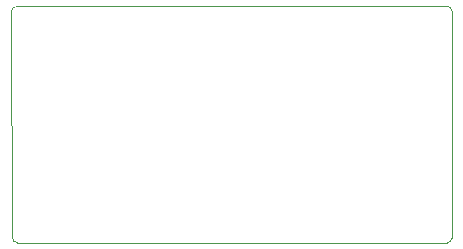
<source format=gbr>
%TF.GenerationSoftware,KiCad,Pcbnew,(5.1.7)-1*%
%TF.CreationDate,2020-12-26T20:13:38+13:00*%
%TF.ProjectId,STM32 RF Dongle,53544d33-3220-4524-9620-446f6e676c65,rev?*%
%TF.SameCoordinates,Original*%
%TF.FileFunction,Profile,NP*%
%FSLAX46Y46*%
G04 Gerber Fmt 4.6, Leading zero omitted, Abs format (unit mm)*
G04 Created by KiCad (PCBNEW (5.1.7)-1) date 2020-12-26 20:13:38*
%MOMM*%
%LPD*%
G01*
G04 APERTURE LIST*
%TA.AperFunction,Profile*%
%ADD10C,0.050000*%
%TD*%
G04 APERTURE END LIST*
D10*
X125560000Y-103030000D02*
X125488978Y-83930000D01*
X162380000Y-103495000D02*
X126010000Y-103490111D01*
X162810000Y-83920000D02*
X162790265Y-103070000D01*
X125960000Y-83490000D02*
X162379980Y-83470444D01*
X126010000Y-103490111D02*
G75*
G02*
X125560000Y-103030000I0J450111D01*
G01*
X162790265Y-103070000D02*
G75*
G02*
X162380000Y-103495000I-425265J0D01*
G01*
X162379980Y-83470444D02*
G75*
G02*
X162810000Y-83920000I-19980J-449556D01*
G01*
X125488978Y-83930000D02*
G75*
G02*
X125960000Y-83490000I441022J0D01*
G01*
M02*

</source>
